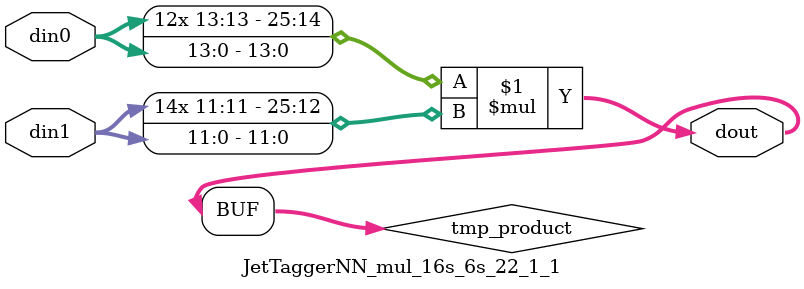
<source format=v>

`timescale 1 ns / 1 ps

  module JetTaggerNN_mul_16s_6s_22_1_1(din0, din1, dout);
parameter ID = 1;
parameter NUM_STAGE = 0;
parameter din0_WIDTH = 14;
parameter din1_WIDTH = 12;
parameter dout_WIDTH = 26;

input [din0_WIDTH - 1 : 0] din0; 
input [din1_WIDTH - 1 : 0] din1; 
output [dout_WIDTH - 1 : 0] dout;

wire signed [dout_WIDTH - 1 : 0] tmp_product;













assign tmp_product = $signed(din0) * $signed(din1);








assign dout = tmp_product;







endmodule

</source>
